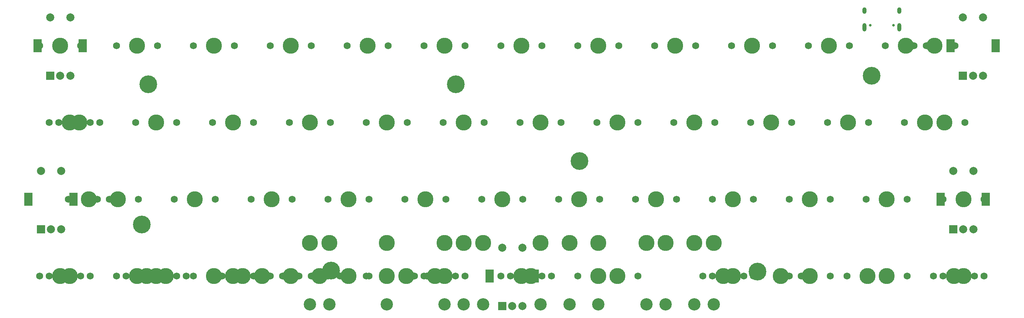
<source format=gbr>
G04 #@! TF.GenerationSoftware,KiCad,Pcbnew,(5.1.4)-1*
G04 #@! TF.CreationDate,2020-10-31T18:50:56-05:00*
G04 #@! TF.ProjectId,m3n3van,6d336e33-7661-46e2-9e6b-696361645f70,rev?*
G04 #@! TF.SameCoordinates,Original*
G04 #@! TF.FileFunction,Soldermask,Top*
G04 #@! TF.FilePolarity,Negative*
%FSLAX46Y46*%
G04 Gerber Fmt 4.6, Leading zero omitted, Abs format (unit mm)*
G04 Created by KiCad (PCBNEW (5.1.4)-1) date 2020-10-31 18:50:56*
%MOMM*%
%LPD*%
G04 APERTURE LIST*
%ADD10C,3.987800*%
%ADD11C,1.750000*%
%ADD12C,4.400000*%
%ADD13O,1.000000X1.600000*%
%ADD14O,1.000000X2.100000*%
%ADD15C,0.650000*%
%ADD16C,2.000000*%
%ADD17R,2.000000X3.200000*%
%ADD18R,2.000000X2.000000*%
%ADD19C,3.048000*%
G04 APERTURE END LIST*
D10*
X422275000Y-223043750D03*
D11*
X417195000Y-223043750D03*
X427355000Y-223043750D03*
D12*
X399487500Y-192342750D03*
X371238000Y-240977750D03*
X327087500Y-213519000D03*
X296437500Y-194469000D03*
X265587500Y-240692750D03*
X218637500Y-229242750D03*
X220237500Y-194468750D03*
D13*
X406354500Y-176209000D03*
X397714500Y-176209000D03*
D14*
X406354500Y-180389000D03*
X397714500Y-180389000D03*
D15*
X399144500Y-179859000D03*
X404924500Y-179859000D03*
D16*
X312975000Y-235055000D03*
X307975000Y-235055000D03*
D17*
X316075000Y-242055000D03*
X304875000Y-242055000D03*
D16*
X312975000Y-249555000D03*
X310475000Y-249555000D03*
D18*
X307975000Y-249555000D03*
D16*
X198675000Y-216005000D03*
X193675000Y-216005000D03*
D17*
X201775000Y-223005000D03*
X190575000Y-223005000D03*
D16*
X198675000Y-230505000D03*
X196175000Y-230505000D03*
D18*
X193675000Y-230505000D03*
D11*
X417830000Y-203993750D03*
X407670000Y-203993750D03*
D10*
X412750000Y-203993750D03*
D11*
X289242500Y-242093750D03*
X279082500Y-242093750D03*
D10*
X284162500Y-242093750D03*
D11*
X217805000Y-223043750D03*
X207645000Y-223043750D03*
D10*
X212725000Y-223043750D03*
D11*
X208280000Y-203993750D03*
X198120000Y-203993750D03*
D10*
X203200000Y-203993750D03*
D11*
X248761250Y-242093750D03*
X238601250Y-242093750D03*
D10*
X243681250Y-242093750D03*
D11*
X320198750Y-242093750D03*
X310038750Y-242093750D03*
D10*
X315118750Y-242093750D03*
X343693750Y-233838750D03*
X265118850Y-233838750D03*
D19*
X343693750Y-249078750D03*
X265118850Y-249078750D03*
D16*
X424735000Y-216005000D03*
X419735000Y-216005000D03*
D17*
X427835000Y-223005000D03*
X416635000Y-223005000D03*
D16*
X424735000Y-230505000D03*
X422235000Y-230505000D03*
D18*
X419735000Y-230505000D03*
D16*
X427148000Y-177905000D03*
X422148000Y-177905000D03*
D17*
X430248000Y-184905000D03*
X419048000Y-184905000D03*
D16*
X427148000Y-192405000D03*
X424648000Y-192405000D03*
D18*
X422148000Y-192405000D03*
D16*
X200961000Y-177905000D03*
X195961000Y-177905000D03*
D17*
X204061000Y-184905000D03*
X192861000Y-184905000D03*
D16*
X200961000Y-192405000D03*
X198461000Y-192405000D03*
D18*
X195961000Y-192405000D03*
D11*
X402907500Y-184943750D03*
X413067500Y-184943750D03*
D10*
X407987500Y-184943750D03*
D11*
X298767500Y-242093750D03*
X288607500Y-242093750D03*
D10*
X293687500Y-242093750D03*
D11*
X336867500Y-242093750D03*
X326707500Y-242093750D03*
D10*
X331787500Y-242093750D03*
X355600000Y-233838750D03*
X317500000Y-233838750D03*
D19*
X355600000Y-249078750D03*
X317500000Y-249078750D03*
D10*
X348456250Y-233838750D03*
X324643750Y-233838750D03*
D19*
X348456250Y-249078750D03*
X324643750Y-249078750D03*
D11*
X341630000Y-242093750D03*
X331470000Y-242093750D03*
D10*
X336550000Y-242093750D03*
X312737500Y-242093750D03*
D11*
X307657500Y-242093750D03*
X317817500Y-242093750D03*
D19*
X265112500Y-249078750D03*
X360362500Y-249078750D03*
D10*
X265112500Y-233838750D03*
X360362500Y-233838750D03*
X331787500Y-233838750D03*
X293687500Y-233838750D03*
D19*
X331787500Y-249078750D03*
X293687500Y-249078750D03*
D11*
X264795000Y-242093750D03*
X274955000Y-242093750D03*
D10*
X269875000Y-242093750D03*
D11*
X253523750Y-242093750D03*
X243363750Y-242093750D03*
D10*
X248443750Y-242093750D03*
D11*
X229711250Y-242093750D03*
X219551250Y-242093750D03*
D10*
X224631250Y-242093750D03*
X291306250Y-242093750D03*
D11*
X286226250Y-242093750D03*
X296386250Y-242093750D03*
D19*
X279400000Y-249078750D03*
X303212500Y-249078750D03*
D10*
X279400000Y-233838750D03*
X303212500Y-233838750D03*
X279400000Y-242093750D03*
D11*
X274320000Y-242093750D03*
X284480000Y-242093750D03*
D19*
X260350000Y-249078750D03*
X298450000Y-249078750D03*
D10*
X260350000Y-233838750D03*
X298450000Y-233838750D03*
X422275000Y-242093750D03*
D11*
X417195000Y-242093750D03*
X427355000Y-242093750D03*
D10*
X419893750Y-242093750D03*
D11*
X414813750Y-242093750D03*
X424973750Y-242093750D03*
D10*
X403225000Y-242093750D03*
D11*
X398145000Y-242093750D03*
X408305000Y-242093750D03*
D10*
X398462500Y-242093750D03*
D11*
X393382500Y-242093750D03*
X403542500Y-242093750D03*
D10*
X384175000Y-242093750D03*
D11*
X379095000Y-242093750D03*
X389255000Y-242093750D03*
D10*
X377031250Y-242093750D03*
D11*
X382111250Y-242093750D03*
X371951250Y-242093750D03*
D10*
X365125000Y-242093750D03*
D11*
X360045000Y-242093750D03*
X370205000Y-242093750D03*
D10*
X362743750Y-242093750D03*
D11*
X357663750Y-242093750D03*
X367823750Y-242093750D03*
D10*
X262731250Y-242093750D03*
D11*
X257651250Y-242093750D03*
X267811250Y-242093750D03*
D10*
X255587500Y-242093750D03*
D11*
X250507500Y-242093750D03*
X260667500Y-242093750D03*
D10*
X241300000Y-242093750D03*
D11*
X236220000Y-242093750D03*
X246380000Y-242093750D03*
D10*
X236537500Y-242093750D03*
D11*
X231457500Y-242093750D03*
X241617500Y-242093750D03*
D10*
X222250000Y-242093750D03*
D11*
X217170000Y-242093750D03*
X227330000Y-242093750D03*
D10*
X217487500Y-242093750D03*
D11*
X212407500Y-242093750D03*
X222567500Y-242093750D03*
D10*
X219868750Y-242093750D03*
D11*
X214788750Y-242093750D03*
X224948750Y-242093750D03*
D10*
X200818750Y-242093750D03*
D11*
X195738750Y-242093750D03*
X205898750Y-242093750D03*
D10*
X198437500Y-242093750D03*
D11*
X193357500Y-242093750D03*
X203517500Y-242093750D03*
D10*
X403225000Y-223043750D03*
D11*
X408305000Y-223043750D03*
X398145000Y-223043750D03*
D10*
X384175000Y-223043750D03*
D11*
X379095000Y-223043750D03*
X389255000Y-223043750D03*
D10*
X365125000Y-223043750D03*
D11*
X360045000Y-223043750D03*
X370205000Y-223043750D03*
D10*
X346075000Y-223043750D03*
D11*
X340995000Y-223043750D03*
X351155000Y-223043750D03*
D10*
X327025000Y-223043750D03*
D11*
X321945000Y-223043750D03*
X332105000Y-223043750D03*
D10*
X307975000Y-223043750D03*
D11*
X302895000Y-223043750D03*
X313055000Y-223043750D03*
D10*
X288925000Y-223043750D03*
D11*
X283845000Y-223043750D03*
X294005000Y-223043750D03*
D10*
X269875000Y-223043750D03*
D11*
X264795000Y-223043750D03*
X274955000Y-223043750D03*
D10*
X250825000Y-223043750D03*
D11*
X245745000Y-223043750D03*
X255905000Y-223043750D03*
D10*
X231775000Y-223043750D03*
D11*
X226695000Y-223043750D03*
X236855000Y-223043750D03*
D10*
X205581250Y-223043750D03*
D11*
X200501250Y-223043750D03*
X210661250Y-223043750D03*
D10*
X417512500Y-203993750D03*
D11*
X412432500Y-203993750D03*
X422592500Y-203993750D03*
D10*
X393700000Y-203993750D03*
D11*
X388620000Y-203993750D03*
X398780000Y-203993750D03*
D10*
X374650000Y-203993750D03*
D11*
X369570000Y-203993750D03*
X379730000Y-203993750D03*
D10*
X355600000Y-203993750D03*
D11*
X350520000Y-203993750D03*
X360680000Y-203993750D03*
D10*
X336550000Y-203993750D03*
D11*
X331470000Y-203993750D03*
X341630000Y-203993750D03*
D10*
X317500000Y-203993750D03*
D11*
X312420000Y-203993750D03*
X322580000Y-203993750D03*
D10*
X298450000Y-203993750D03*
D11*
X293370000Y-203993750D03*
X303530000Y-203993750D03*
D10*
X279400000Y-203993750D03*
D11*
X274320000Y-203993750D03*
X284480000Y-203993750D03*
D10*
X260350000Y-203993750D03*
D11*
X255270000Y-203993750D03*
X265430000Y-203993750D03*
D10*
X241300000Y-203993750D03*
D11*
X236220000Y-203993750D03*
X246380000Y-203993750D03*
D10*
X222250000Y-203993750D03*
D11*
X217170000Y-203993750D03*
X227330000Y-203993750D03*
D10*
X200818750Y-203993750D03*
D11*
X195738750Y-203993750D03*
X205898750Y-203993750D03*
D10*
X415131250Y-184943750D03*
D11*
X410051250Y-184943750D03*
X420211250Y-184943750D03*
D10*
X388937500Y-184943750D03*
D11*
X383857500Y-184943750D03*
X394017500Y-184943750D03*
D10*
X369887500Y-184943750D03*
D11*
X364807500Y-184943750D03*
X374967500Y-184943750D03*
D10*
X350837500Y-184943750D03*
D11*
X345757500Y-184943750D03*
X355917500Y-184943750D03*
D10*
X331787500Y-184943750D03*
D11*
X326707500Y-184943750D03*
X336867500Y-184943750D03*
D10*
X312737500Y-184943750D03*
D11*
X307657500Y-184943750D03*
X317817500Y-184943750D03*
D10*
X293687500Y-184943750D03*
D11*
X288607500Y-184943750D03*
X298767500Y-184943750D03*
D10*
X274637500Y-184943750D03*
D11*
X269557500Y-184943750D03*
X279717500Y-184943750D03*
D10*
X255587500Y-184943750D03*
D11*
X250507500Y-184943750D03*
X260667500Y-184943750D03*
D10*
X236537500Y-184943750D03*
D11*
X231457500Y-184943750D03*
X241617500Y-184943750D03*
D10*
X217487500Y-184943750D03*
D11*
X212407500Y-184943750D03*
X222567500Y-184943750D03*
D10*
X198437500Y-184943750D03*
D11*
X193357500Y-184943750D03*
X203517500Y-184943750D03*
M02*

</source>
